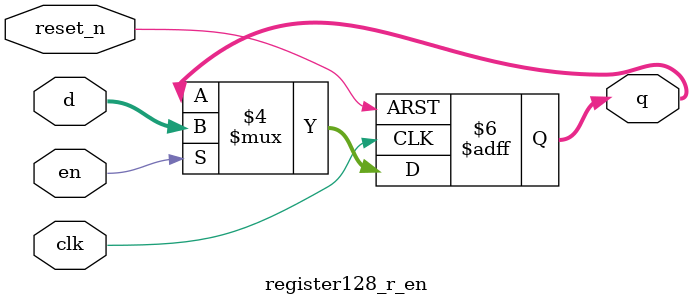
<source format=v>
module register128_r_en(q, clk, reset_n, en, d);	//128-bits reset_n / en register
	input clk, reset_n, en;
	input [127:0] d;
	output reg [127:0] q;
	
	always@(posedge clk or negedge reset_n)		//Operate when clk and reset_n is changed
	begin
		if(reset_n == 0)		q <= 128'b0;			//reset
		else if(en)				q <= d;				//store
		else						q <= q;				//write
	end
endmodule

</source>
